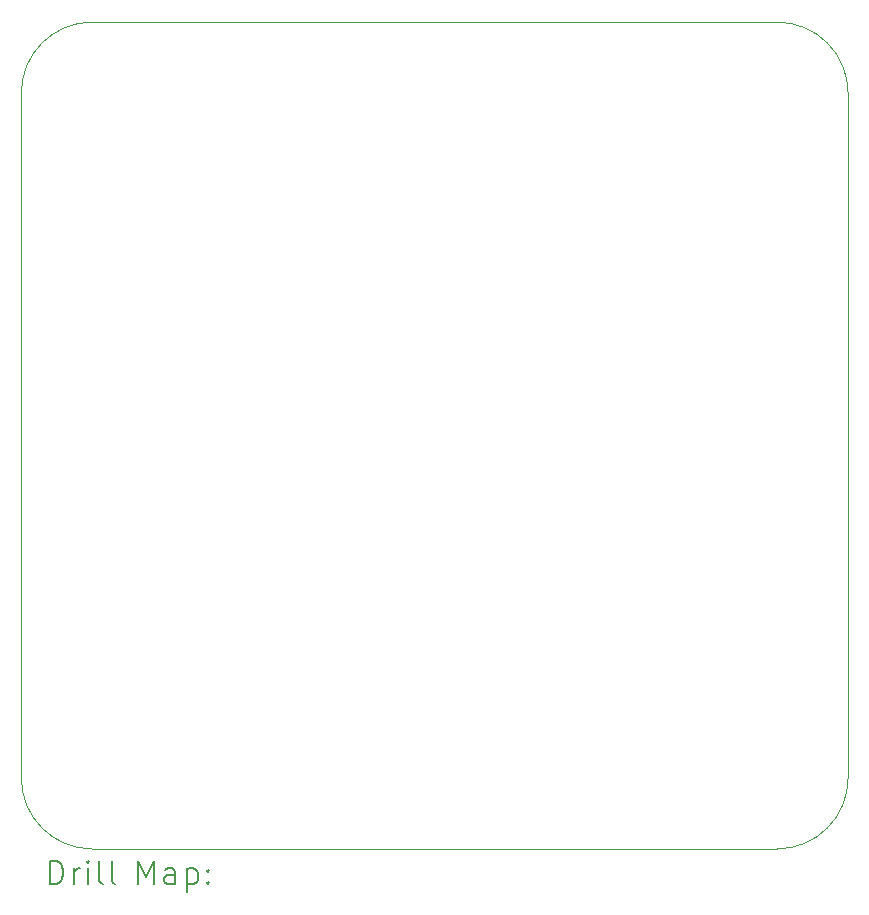
<source format=gbr>
%TF.GenerationSoftware,KiCad,Pcbnew,(7.0.0)*%
%TF.CreationDate,2024-02-29T13:58:54-03:00*%
%TF.ProjectId,pcb_peau_v1,7063625f-7065-4617-955f-76312e6b6963,rev?*%
%TF.SameCoordinates,Original*%
%TF.FileFunction,Drillmap*%
%TF.FilePolarity,Positive*%
%FSLAX45Y45*%
G04 Gerber Fmt 4.5, Leading zero omitted, Abs format (unit mm)*
G04 Created by KiCad (PCBNEW (7.0.0)) date 2024-02-29 13:58:54*
%MOMM*%
%LPD*%
G01*
G04 APERTURE LIST*
%ADD10C,0.100000*%
%ADD11C,0.200000*%
G04 APERTURE END LIST*
D10*
X17800000Y-4700000D02*
G75*
G03*
X17200000Y-5300000I0J-600000D01*
G01*
X17200000Y-11100000D02*
G75*
G03*
X17800000Y-11700000I600000J0D01*
G01*
X17800000Y-11700000D02*
X23600000Y-11700000D01*
X24200000Y-5300000D02*
X24200000Y-11100000D01*
X17200000Y-11100000D02*
X17200000Y-5300000D01*
X24200000Y-5300000D02*
G75*
G03*
X23600000Y-4700000I-600000J0D01*
G01*
X23600000Y-11700000D02*
G75*
G03*
X24200000Y-11100000I0J600000D01*
G01*
X17800000Y-4700000D02*
X23600000Y-4700000D01*
D11*
X17442619Y-11998476D02*
X17442619Y-11798476D01*
X17442619Y-11798476D02*
X17490238Y-11798476D01*
X17490238Y-11798476D02*
X17518810Y-11808000D01*
X17518810Y-11808000D02*
X17537857Y-11827048D01*
X17537857Y-11827048D02*
X17547381Y-11846095D01*
X17547381Y-11846095D02*
X17556905Y-11884190D01*
X17556905Y-11884190D02*
X17556905Y-11912762D01*
X17556905Y-11912762D02*
X17547381Y-11950857D01*
X17547381Y-11950857D02*
X17537857Y-11969905D01*
X17537857Y-11969905D02*
X17518810Y-11988952D01*
X17518810Y-11988952D02*
X17490238Y-11998476D01*
X17490238Y-11998476D02*
X17442619Y-11998476D01*
X17642619Y-11998476D02*
X17642619Y-11865143D01*
X17642619Y-11903238D02*
X17652143Y-11884190D01*
X17652143Y-11884190D02*
X17661667Y-11874667D01*
X17661667Y-11874667D02*
X17680714Y-11865143D01*
X17680714Y-11865143D02*
X17699762Y-11865143D01*
X17766429Y-11998476D02*
X17766429Y-11865143D01*
X17766429Y-11798476D02*
X17756905Y-11808000D01*
X17756905Y-11808000D02*
X17766429Y-11817524D01*
X17766429Y-11817524D02*
X17775952Y-11808000D01*
X17775952Y-11808000D02*
X17766429Y-11798476D01*
X17766429Y-11798476D02*
X17766429Y-11817524D01*
X17890238Y-11998476D02*
X17871190Y-11988952D01*
X17871190Y-11988952D02*
X17861667Y-11969905D01*
X17861667Y-11969905D02*
X17861667Y-11798476D01*
X17995000Y-11998476D02*
X17975952Y-11988952D01*
X17975952Y-11988952D02*
X17966429Y-11969905D01*
X17966429Y-11969905D02*
X17966429Y-11798476D01*
X18191190Y-11998476D02*
X18191190Y-11798476D01*
X18191190Y-11798476D02*
X18257857Y-11941333D01*
X18257857Y-11941333D02*
X18324524Y-11798476D01*
X18324524Y-11798476D02*
X18324524Y-11998476D01*
X18505476Y-11998476D02*
X18505476Y-11893714D01*
X18505476Y-11893714D02*
X18495952Y-11874667D01*
X18495952Y-11874667D02*
X18476905Y-11865143D01*
X18476905Y-11865143D02*
X18438809Y-11865143D01*
X18438809Y-11865143D02*
X18419762Y-11874667D01*
X18505476Y-11988952D02*
X18486429Y-11998476D01*
X18486429Y-11998476D02*
X18438809Y-11998476D01*
X18438809Y-11998476D02*
X18419762Y-11988952D01*
X18419762Y-11988952D02*
X18410238Y-11969905D01*
X18410238Y-11969905D02*
X18410238Y-11950857D01*
X18410238Y-11950857D02*
X18419762Y-11931809D01*
X18419762Y-11931809D02*
X18438809Y-11922286D01*
X18438809Y-11922286D02*
X18486429Y-11922286D01*
X18486429Y-11922286D02*
X18505476Y-11912762D01*
X18600714Y-11865143D02*
X18600714Y-12065143D01*
X18600714Y-11874667D02*
X18619762Y-11865143D01*
X18619762Y-11865143D02*
X18657857Y-11865143D01*
X18657857Y-11865143D02*
X18676905Y-11874667D01*
X18676905Y-11874667D02*
X18686429Y-11884190D01*
X18686429Y-11884190D02*
X18695952Y-11903238D01*
X18695952Y-11903238D02*
X18695952Y-11960381D01*
X18695952Y-11960381D02*
X18686429Y-11979428D01*
X18686429Y-11979428D02*
X18676905Y-11988952D01*
X18676905Y-11988952D02*
X18657857Y-11998476D01*
X18657857Y-11998476D02*
X18619762Y-11998476D01*
X18619762Y-11998476D02*
X18600714Y-11988952D01*
X18781667Y-11979428D02*
X18791190Y-11988952D01*
X18791190Y-11988952D02*
X18781667Y-11998476D01*
X18781667Y-11998476D02*
X18772143Y-11988952D01*
X18772143Y-11988952D02*
X18781667Y-11979428D01*
X18781667Y-11979428D02*
X18781667Y-11998476D01*
X18781667Y-11874667D02*
X18791190Y-11884190D01*
X18791190Y-11884190D02*
X18781667Y-11893714D01*
X18781667Y-11893714D02*
X18772143Y-11884190D01*
X18772143Y-11884190D02*
X18781667Y-11874667D01*
X18781667Y-11874667D02*
X18781667Y-11893714D01*
M02*

</source>
